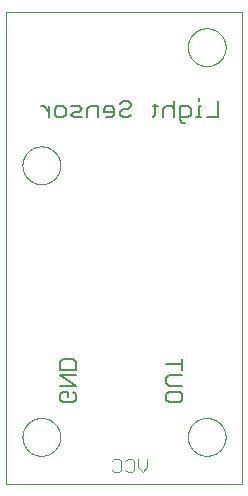
<source format=gbo>
G75*
%MOIN*%
%OFA0B0*%
%FSLAX25Y25*%
%IPPOS*%
%LPD*%
%AMOC8*
5,1,8,0,0,1.08239X$1,22.5*
%
%ADD10C,0.00000*%
%ADD11C,0.00500*%
%ADD12C,0.00400*%
D10*
X0001000Y0001000D02*
X0001000Y0158480D01*
X0079740Y0158480D01*
X0079740Y0001000D01*
X0001000Y0001000D01*
X0006512Y0016748D02*
X0006514Y0016906D01*
X0006520Y0017064D01*
X0006530Y0017222D01*
X0006544Y0017380D01*
X0006562Y0017537D01*
X0006583Y0017694D01*
X0006609Y0017850D01*
X0006639Y0018006D01*
X0006672Y0018161D01*
X0006710Y0018314D01*
X0006751Y0018467D01*
X0006796Y0018619D01*
X0006845Y0018770D01*
X0006898Y0018919D01*
X0006954Y0019067D01*
X0007014Y0019213D01*
X0007078Y0019358D01*
X0007146Y0019501D01*
X0007217Y0019643D01*
X0007291Y0019783D01*
X0007369Y0019920D01*
X0007451Y0020056D01*
X0007535Y0020190D01*
X0007624Y0020321D01*
X0007715Y0020450D01*
X0007810Y0020577D01*
X0007907Y0020702D01*
X0008008Y0020824D01*
X0008112Y0020943D01*
X0008219Y0021060D01*
X0008329Y0021174D01*
X0008442Y0021285D01*
X0008557Y0021394D01*
X0008675Y0021499D01*
X0008796Y0021601D01*
X0008919Y0021701D01*
X0009045Y0021797D01*
X0009173Y0021890D01*
X0009303Y0021980D01*
X0009436Y0022066D01*
X0009571Y0022150D01*
X0009707Y0022229D01*
X0009846Y0022306D01*
X0009987Y0022378D01*
X0010129Y0022448D01*
X0010273Y0022513D01*
X0010419Y0022575D01*
X0010566Y0022633D01*
X0010715Y0022688D01*
X0010865Y0022739D01*
X0011016Y0022786D01*
X0011168Y0022829D01*
X0011321Y0022868D01*
X0011476Y0022904D01*
X0011631Y0022935D01*
X0011787Y0022963D01*
X0011943Y0022987D01*
X0012100Y0023007D01*
X0012258Y0023023D01*
X0012415Y0023035D01*
X0012574Y0023043D01*
X0012732Y0023047D01*
X0012890Y0023047D01*
X0013048Y0023043D01*
X0013207Y0023035D01*
X0013364Y0023023D01*
X0013522Y0023007D01*
X0013679Y0022987D01*
X0013835Y0022963D01*
X0013991Y0022935D01*
X0014146Y0022904D01*
X0014301Y0022868D01*
X0014454Y0022829D01*
X0014606Y0022786D01*
X0014757Y0022739D01*
X0014907Y0022688D01*
X0015056Y0022633D01*
X0015203Y0022575D01*
X0015349Y0022513D01*
X0015493Y0022448D01*
X0015635Y0022378D01*
X0015776Y0022306D01*
X0015915Y0022229D01*
X0016051Y0022150D01*
X0016186Y0022066D01*
X0016319Y0021980D01*
X0016449Y0021890D01*
X0016577Y0021797D01*
X0016703Y0021701D01*
X0016826Y0021601D01*
X0016947Y0021499D01*
X0017065Y0021394D01*
X0017180Y0021285D01*
X0017293Y0021174D01*
X0017403Y0021060D01*
X0017510Y0020943D01*
X0017614Y0020824D01*
X0017715Y0020702D01*
X0017812Y0020577D01*
X0017907Y0020450D01*
X0017998Y0020321D01*
X0018087Y0020190D01*
X0018171Y0020056D01*
X0018253Y0019920D01*
X0018331Y0019783D01*
X0018405Y0019643D01*
X0018476Y0019501D01*
X0018544Y0019358D01*
X0018608Y0019213D01*
X0018668Y0019067D01*
X0018724Y0018919D01*
X0018777Y0018770D01*
X0018826Y0018619D01*
X0018871Y0018467D01*
X0018912Y0018314D01*
X0018950Y0018161D01*
X0018983Y0018006D01*
X0019013Y0017850D01*
X0019039Y0017694D01*
X0019060Y0017537D01*
X0019078Y0017380D01*
X0019092Y0017222D01*
X0019102Y0017064D01*
X0019108Y0016906D01*
X0019110Y0016748D01*
X0019108Y0016590D01*
X0019102Y0016432D01*
X0019092Y0016274D01*
X0019078Y0016116D01*
X0019060Y0015959D01*
X0019039Y0015802D01*
X0019013Y0015646D01*
X0018983Y0015490D01*
X0018950Y0015335D01*
X0018912Y0015182D01*
X0018871Y0015029D01*
X0018826Y0014877D01*
X0018777Y0014726D01*
X0018724Y0014577D01*
X0018668Y0014429D01*
X0018608Y0014283D01*
X0018544Y0014138D01*
X0018476Y0013995D01*
X0018405Y0013853D01*
X0018331Y0013713D01*
X0018253Y0013576D01*
X0018171Y0013440D01*
X0018087Y0013306D01*
X0017998Y0013175D01*
X0017907Y0013046D01*
X0017812Y0012919D01*
X0017715Y0012794D01*
X0017614Y0012672D01*
X0017510Y0012553D01*
X0017403Y0012436D01*
X0017293Y0012322D01*
X0017180Y0012211D01*
X0017065Y0012102D01*
X0016947Y0011997D01*
X0016826Y0011895D01*
X0016703Y0011795D01*
X0016577Y0011699D01*
X0016449Y0011606D01*
X0016319Y0011516D01*
X0016186Y0011430D01*
X0016051Y0011346D01*
X0015915Y0011267D01*
X0015776Y0011190D01*
X0015635Y0011118D01*
X0015493Y0011048D01*
X0015349Y0010983D01*
X0015203Y0010921D01*
X0015056Y0010863D01*
X0014907Y0010808D01*
X0014757Y0010757D01*
X0014606Y0010710D01*
X0014454Y0010667D01*
X0014301Y0010628D01*
X0014146Y0010592D01*
X0013991Y0010561D01*
X0013835Y0010533D01*
X0013679Y0010509D01*
X0013522Y0010489D01*
X0013364Y0010473D01*
X0013207Y0010461D01*
X0013048Y0010453D01*
X0012890Y0010449D01*
X0012732Y0010449D01*
X0012574Y0010453D01*
X0012415Y0010461D01*
X0012258Y0010473D01*
X0012100Y0010489D01*
X0011943Y0010509D01*
X0011787Y0010533D01*
X0011631Y0010561D01*
X0011476Y0010592D01*
X0011321Y0010628D01*
X0011168Y0010667D01*
X0011016Y0010710D01*
X0010865Y0010757D01*
X0010715Y0010808D01*
X0010566Y0010863D01*
X0010419Y0010921D01*
X0010273Y0010983D01*
X0010129Y0011048D01*
X0009987Y0011118D01*
X0009846Y0011190D01*
X0009707Y0011267D01*
X0009571Y0011346D01*
X0009436Y0011430D01*
X0009303Y0011516D01*
X0009173Y0011606D01*
X0009045Y0011699D01*
X0008919Y0011795D01*
X0008796Y0011895D01*
X0008675Y0011997D01*
X0008557Y0012102D01*
X0008442Y0012211D01*
X0008329Y0012322D01*
X0008219Y0012436D01*
X0008112Y0012553D01*
X0008008Y0012672D01*
X0007907Y0012794D01*
X0007810Y0012919D01*
X0007715Y0013046D01*
X0007624Y0013175D01*
X0007535Y0013306D01*
X0007451Y0013440D01*
X0007369Y0013576D01*
X0007291Y0013713D01*
X0007217Y0013853D01*
X0007146Y0013995D01*
X0007078Y0014138D01*
X0007014Y0014283D01*
X0006954Y0014429D01*
X0006898Y0014577D01*
X0006845Y0014726D01*
X0006796Y0014877D01*
X0006751Y0015029D01*
X0006710Y0015182D01*
X0006672Y0015335D01*
X0006639Y0015490D01*
X0006609Y0015646D01*
X0006583Y0015802D01*
X0006562Y0015959D01*
X0006544Y0016116D01*
X0006530Y0016274D01*
X0006520Y0016432D01*
X0006514Y0016590D01*
X0006512Y0016748D01*
X0006512Y0107299D02*
X0006514Y0107457D01*
X0006520Y0107615D01*
X0006530Y0107773D01*
X0006544Y0107931D01*
X0006562Y0108088D01*
X0006583Y0108245D01*
X0006609Y0108401D01*
X0006639Y0108557D01*
X0006672Y0108712D01*
X0006710Y0108865D01*
X0006751Y0109018D01*
X0006796Y0109170D01*
X0006845Y0109321D01*
X0006898Y0109470D01*
X0006954Y0109618D01*
X0007014Y0109764D01*
X0007078Y0109909D01*
X0007146Y0110052D01*
X0007217Y0110194D01*
X0007291Y0110334D01*
X0007369Y0110471D01*
X0007451Y0110607D01*
X0007535Y0110741D01*
X0007624Y0110872D01*
X0007715Y0111001D01*
X0007810Y0111128D01*
X0007907Y0111253D01*
X0008008Y0111375D01*
X0008112Y0111494D01*
X0008219Y0111611D01*
X0008329Y0111725D01*
X0008442Y0111836D01*
X0008557Y0111945D01*
X0008675Y0112050D01*
X0008796Y0112152D01*
X0008919Y0112252D01*
X0009045Y0112348D01*
X0009173Y0112441D01*
X0009303Y0112531D01*
X0009436Y0112617D01*
X0009571Y0112701D01*
X0009707Y0112780D01*
X0009846Y0112857D01*
X0009987Y0112929D01*
X0010129Y0112999D01*
X0010273Y0113064D01*
X0010419Y0113126D01*
X0010566Y0113184D01*
X0010715Y0113239D01*
X0010865Y0113290D01*
X0011016Y0113337D01*
X0011168Y0113380D01*
X0011321Y0113419D01*
X0011476Y0113455D01*
X0011631Y0113486D01*
X0011787Y0113514D01*
X0011943Y0113538D01*
X0012100Y0113558D01*
X0012258Y0113574D01*
X0012415Y0113586D01*
X0012574Y0113594D01*
X0012732Y0113598D01*
X0012890Y0113598D01*
X0013048Y0113594D01*
X0013207Y0113586D01*
X0013364Y0113574D01*
X0013522Y0113558D01*
X0013679Y0113538D01*
X0013835Y0113514D01*
X0013991Y0113486D01*
X0014146Y0113455D01*
X0014301Y0113419D01*
X0014454Y0113380D01*
X0014606Y0113337D01*
X0014757Y0113290D01*
X0014907Y0113239D01*
X0015056Y0113184D01*
X0015203Y0113126D01*
X0015349Y0113064D01*
X0015493Y0112999D01*
X0015635Y0112929D01*
X0015776Y0112857D01*
X0015915Y0112780D01*
X0016051Y0112701D01*
X0016186Y0112617D01*
X0016319Y0112531D01*
X0016449Y0112441D01*
X0016577Y0112348D01*
X0016703Y0112252D01*
X0016826Y0112152D01*
X0016947Y0112050D01*
X0017065Y0111945D01*
X0017180Y0111836D01*
X0017293Y0111725D01*
X0017403Y0111611D01*
X0017510Y0111494D01*
X0017614Y0111375D01*
X0017715Y0111253D01*
X0017812Y0111128D01*
X0017907Y0111001D01*
X0017998Y0110872D01*
X0018087Y0110741D01*
X0018171Y0110607D01*
X0018253Y0110471D01*
X0018331Y0110334D01*
X0018405Y0110194D01*
X0018476Y0110052D01*
X0018544Y0109909D01*
X0018608Y0109764D01*
X0018668Y0109618D01*
X0018724Y0109470D01*
X0018777Y0109321D01*
X0018826Y0109170D01*
X0018871Y0109018D01*
X0018912Y0108865D01*
X0018950Y0108712D01*
X0018983Y0108557D01*
X0019013Y0108401D01*
X0019039Y0108245D01*
X0019060Y0108088D01*
X0019078Y0107931D01*
X0019092Y0107773D01*
X0019102Y0107615D01*
X0019108Y0107457D01*
X0019110Y0107299D01*
X0019108Y0107141D01*
X0019102Y0106983D01*
X0019092Y0106825D01*
X0019078Y0106667D01*
X0019060Y0106510D01*
X0019039Y0106353D01*
X0019013Y0106197D01*
X0018983Y0106041D01*
X0018950Y0105886D01*
X0018912Y0105733D01*
X0018871Y0105580D01*
X0018826Y0105428D01*
X0018777Y0105277D01*
X0018724Y0105128D01*
X0018668Y0104980D01*
X0018608Y0104834D01*
X0018544Y0104689D01*
X0018476Y0104546D01*
X0018405Y0104404D01*
X0018331Y0104264D01*
X0018253Y0104127D01*
X0018171Y0103991D01*
X0018087Y0103857D01*
X0017998Y0103726D01*
X0017907Y0103597D01*
X0017812Y0103470D01*
X0017715Y0103345D01*
X0017614Y0103223D01*
X0017510Y0103104D01*
X0017403Y0102987D01*
X0017293Y0102873D01*
X0017180Y0102762D01*
X0017065Y0102653D01*
X0016947Y0102548D01*
X0016826Y0102446D01*
X0016703Y0102346D01*
X0016577Y0102250D01*
X0016449Y0102157D01*
X0016319Y0102067D01*
X0016186Y0101981D01*
X0016051Y0101897D01*
X0015915Y0101818D01*
X0015776Y0101741D01*
X0015635Y0101669D01*
X0015493Y0101599D01*
X0015349Y0101534D01*
X0015203Y0101472D01*
X0015056Y0101414D01*
X0014907Y0101359D01*
X0014757Y0101308D01*
X0014606Y0101261D01*
X0014454Y0101218D01*
X0014301Y0101179D01*
X0014146Y0101143D01*
X0013991Y0101112D01*
X0013835Y0101084D01*
X0013679Y0101060D01*
X0013522Y0101040D01*
X0013364Y0101024D01*
X0013207Y0101012D01*
X0013048Y0101004D01*
X0012890Y0101000D01*
X0012732Y0101000D01*
X0012574Y0101004D01*
X0012415Y0101012D01*
X0012258Y0101024D01*
X0012100Y0101040D01*
X0011943Y0101060D01*
X0011787Y0101084D01*
X0011631Y0101112D01*
X0011476Y0101143D01*
X0011321Y0101179D01*
X0011168Y0101218D01*
X0011016Y0101261D01*
X0010865Y0101308D01*
X0010715Y0101359D01*
X0010566Y0101414D01*
X0010419Y0101472D01*
X0010273Y0101534D01*
X0010129Y0101599D01*
X0009987Y0101669D01*
X0009846Y0101741D01*
X0009707Y0101818D01*
X0009571Y0101897D01*
X0009436Y0101981D01*
X0009303Y0102067D01*
X0009173Y0102157D01*
X0009045Y0102250D01*
X0008919Y0102346D01*
X0008796Y0102446D01*
X0008675Y0102548D01*
X0008557Y0102653D01*
X0008442Y0102762D01*
X0008329Y0102873D01*
X0008219Y0102987D01*
X0008112Y0103104D01*
X0008008Y0103223D01*
X0007907Y0103345D01*
X0007810Y0103470D01*
X0007715Y0103597D01*
X0007624Y0103726D01*
X0007535Y0103857D01*
X0007451Y0103991D01*
X0007369Y0104127D01*
X0007291Y0104264D01*
X0007217Y0104404D01*
X0007146Y0104546D01*
X0007078Y0104689D01*
X0007014Y0104834D01*
X0006954Y0104980D01*
X0006898Y0105128D01*
X0006845Y0105277D01*
X0006796Y0105428D01*
X0006751Y0105580D01*
X0006710Y0105733D01*
X0006672Y0105886D01*
X0006639Y0106041D01*
X0006609Y0106197D01*
X0006583Y0106353D01*
X0006562Y0106510D01*
X0006544Y0106667D01*
X0006530Y0106825D01*
X0006520Y0106983D01*
X0006514Y0107141D01*
X0006512Y0107299D01*
X0061630Y0146669D02*
X0061632Y0146827D01*
X0061638Y0146985D01*
X0061648Y0147143D01*
X0061662Y0147301D01*
X0061680Y0147458D01*
X0061701Y0147615D01*
X0061727Y0147771D01*
X0061757Y0147927D01*
X0061790Y0148082D01*
X0061828Y0148235D01*
X0061869Y0148388D01*
X0061914Y0148540D01*
X0061963Y0148691D01*
X0062016Y0148840D01*
X0062072Y0148988D01*
X0062132Y0149134D01*
X0062196Y0149279D01*
X0062264Y0149422D01*
X0062335Y0149564D01*
X0062409Y0149704D01*
X0062487Y0149841D01*
X0062569Y0149977D01*
X0062653Y0150111D01*
X0062742Y0150242D01*
X0062833Y0150371D01*
X0062928Y0150498D01*
X0063025Y0150623D01*
X0063126Y0150745D01*
X0063230Y0150864D01*
X0063337Y0150981D01*
X0063447Y0151095D01*
X0063560Y0151206D01*
X0063675Y0151315D01*
X0063793Y0151420D01*
X0063914Y0151522D01*
X0064037Y0151622D01*
X0064163Y0151718D01*
X0064291Y0151811D01*
X0064421Y0151901D01*
X0064554Y0151987D01*
X0064689Y0152071D01*
X0064825Y0152150D01*
X0064964Y0152227D01*
X0065105Y0152299D01*
X0065247Y0152369D01*
X0065391Y0152434D01*
X0065537Y0152496D01*
X0065684Y0152554D01*
X0065833Y0152609D01*
X0065983Y0152660D01*
X0066134Y0152707D01*
X0066286Y0152750D01*
X0066439Y0152789D01*
X0066594Y0152825D01*
X0066749Y0152856D01*
X0066905Y0152884D01*
X0067061Y0152908D01*
X0067218Y0152928D01*
X0067376Y0152944D01*
X0067533Y0152956D01*
X0067692Y0152964D01*
X0067850Y0152968D01*
X0068008Y0152968D01*
X0068166Y0152964D01*
X0068325Y0152956D01*
X0068482Y0152944D01*
X0068640Y0152928D01*
X0068797Y0152908D01*
X0068953Y0152884D01*
X0069109Y0152856D01*
X0069264Y0152825D01*
X0069419Y0152789D01*
X0069572Y0152750D01*
X0069724Y0152707D01*
X0069875Y0152660D01*
X0070025Y0152609D01*
X0070174Y0152554D01*
X0070321Y0152496D01*
X0070467Y0152434D01*
X0070611Y0152369D01*
X0070753Y0152299D01*
X0070894Y0152227D01*
X0071033Y0152150D01*
X0071169Y0152071D01*
X0071304Y0151987D01*
X0071437Y0151901D01*
X0071567Y0151811D01*
X0071695Y0151718D01*
X0071821Y0151622D01*
X0071944Y0151522D01*
X0072065Y0151420D01*
X0072183Y0151315D01*
X0072298Y0151206D01*
X0072411Y0151095D01*
X0072521Y0150981D01*
X0072628Y0150864D01*
X0072732Y0150745D01*
X0072833Y0150623D01*
X0072930Y0150498D01*
X0073025Y0150371D01*
X0073116Y0150242D01*
X0073205Y0150111D01*
X0073289Y0149977D01*
X0073371Y0149841D01*
X0073449Y0149704D01*
X0073523Y0149564D01*
X0073594Y0149422D01*
X0073662Y0149279D01*
X0073726Y0149134D01*
X0073786Y0148988D01*
X0073842Y0148840D01*
X0073895Y0148691D01*
X0073944Y0148540D01*
X0073989Y0148388D01*
X0074030Y0148235D01*
X0074068Y0148082D01*
X0074101Y0147927D01*
X0074131Y0147771D01*
X0074157Y0147615D01*
X0074178Y0147458D01*
X0074196Y0147301D01*
X0074210Y0147143D01*
X0074220Y0146985D01*
X0074226Y0146827D01*
X0074228Y0146669D01*
X0074226Y0146511D01*
X0074220Y0146353D01*
X0074210Y0146195D01*
X0074196Y0146037D01*
X0074178Y0145880D01*
X0074157Y0145723D01*
X0074131Y0145567D01*
X0074101Y0145411D01*
X0074068Y0145256D01*
X0074030Y0145103D01*
X0073989Y0144950D01*
X0073944Y0144798D01*
X0073895Y0144647D01*
X0073842Y0144498D01*
X0073786Y0144350D01*
X0073726Y0144204D01*
X0073662Y0144059D01*
X0073594Y0143916D01*
X0073523Y0143774D01*
X0073449Y0143634D01*
X0073371Y0143497D01*
X0073289Y0143361D01*
X0073205Y0143227D01*
X0073116Y0143096D01*
X0073025Y0142967D01*
X0072930Y0142840D01*
X0072833Y0142715D01*
X0072732Y0142593D01*
X0072628Y0142474D01*
X0072521Y0142357D01*
X0072411Y0142243D01*
X0072298Y0142132D01*
X0072183Y0142023D01*
X0072065Y0141918D01*
X0071944Y0141816D01*
X0071821Y0141716D01*
X0071695Y0141620D01*
X0071567Y0141527D01*
X0071437Y0141437D01*
X0071304Y0141351D01*
X0071169Y0141267D01*
X0071033Y0141188D01*
X0070894Y0141111D01*
X0070753Y0141039D01*
X0070611Y0140969D01*
X0070467Y0140904D01*
X0070321Y0140842D01*
X0070174Y0140784D01*
X0070025Y0140729D01*
X0069875Y0140678D01*
X0069724Y0140631D01*
X0069572Y0140588D01*
X0069419Y0140549D01*
X0069264Y0140513D01*
X0069109Y0140482D01*
X0068953Y0140454D01*
X0068797Y0140430D01*
X0068640Y0140410D01*
X0068482Y0140394D01*
X0068325Y0140382D01*
X0068166Y0140374D01*
X0068008Y0140370D01*
X0067850Y0140370D01*
X0067692Y0140374D01*
X0067533Y0140382D01*
X0067376Y0140394D01*
X0067218Y0140410D01*
X0067061Y0140430D01*
X0066905Y0140454D01*
X0066749Y0140482D01*
X0066594Y0140513D01*
X0066439Y0140549D01*
X0066286Y0140588D01*
X0066134Y0140631D01*
X0065983Y0140678D01*
X0065833Y0140729D01*
X0065684Y0140784D01*
X0065537Y0140842D01*
X0065391Y0140904D01*
X0065247Y0140969D01*
X0065105Y0141039D01*
X0064964Y0141111D01*
X0064825Y0141188D01*
X0064689Y0141267D01*
X0064554Y0141351D01*
X0064421Y0141437D01*
X0064291Y0141527D01*
X0064163Y0141620D01*
X0064037Y0141716D01*
X0063914Y0141816D01*
X0063793Y0141918D01*
X0063675Y0142023D01*
X0063560Y0142132D01*
X0063447Y0142243D01*
X0063337Y0142357D01*
X0063230Y0142474D01*
X0063126Y0142593D01*
X0063025Y0142715D01*
X0062928Y0142840D01*
X0062833Y0142967D01*
X0062742Y0143096D01*
X0062653Y0143227D01*
X0062569Y0143361D01*
X0062487Y0143497D01*
X0062409Y0143634D01*
X0062335Y0143774D01*
X0062264Y0143916D01*
X0062196Y0144059D01*
X0062132Y0144204D01*
X0062072Y0144350D01*
X0062016Y0144498D01*
X0061963Y0144647D01*
X0061914Y0144798D01*
X0061869Y0144950D01*
X0061828Y0145103D01*
X0061790Y0145256D01*
X0061757Y0145411D01*
X0061727Y0145567D01*
X0061701Y0145723D01*
X0061680Y0145880D01*
X0061662Y0146037D01*
X0061648Y0146195D01*
X0061638Y0146353D01*
X0061632Y0146511D01*
X0061630Y0146669D01*
X0061630Y0016748D02*
X0061632Y0016906D01*
X0061638Y0017064D01*
X0061648Y0017222D01*
X0061662Y0017380D01*
X0061680Y0017537D01*
X0061701Y0017694D01*
X0061727Y0017850D01*
X0061757Y0018006D01*
X0061790Y0018161D01*
X0061828Y0018314D01*
X0061869Y0018467D01*
X0061914Y0018619D01*
X0061963Y0018770D01*
X0062016Y0018919D01*
X0062072Y0019067D01*
X0062132Y0019213D01*
X0062196Y0019358D01*
X0062264Y0019501D01*
X0062335Y0019643D01*
X0062409Y0019783D01*
X0062487Y0019920D01*
X0062569Y0020056D01*
X0062653Y0020190D01*
X0062742Y0020321D01*
X0062833Y0020450D01*
X0062928Y0020577D01*
X0063025Y0020702D01*
X0063126Y0020824D01*
X0063230Y0020943D01*
X0063337Y0021060D01*
X0063447Y0021174D01*
X0063560Y0021285D01*
X0063675Y0021394D01*
X0063793Y0021499D01*
X0063914Y0021601D01*
X0064037Y0021701D01*
X0064163Y0021797D01*
X0064291Y0021890D01*
X0064421Y0021980D01*
X0064554Y0022066D01*
X0064689Y0022150D01*
X0064825Y0022229D01*
X0064964Y0022306D01*
X0065105Y0022378D01*
X0065247Y0022448D01*
X0065391Y0022513D01*
X0065537Y0022575D01*
X0065684Y0022633D01*
X0065833Y0022688D01*
X0065983Y0022739D01*
X0066134Y0022786D01*
X0066286Y0022829D01*
X0066439Y0022868D01*
X0066594Y0022904D01*
X0066749Y0022935D01*
X0066905Y0022963D01*
X0067061Y0022987D01*
X0067218Y0023007D01*
X0067376Y0023023D01*
X0067533Y0023035D01*
X0067692Y0023043D01*
X0067850Y0023047D01*
X0068008Y0023047D01*
X0068166Y0023043D01*
X0068325Y0023035D01*
X0068482Y0023023D01*
X0068640Y0023007D01*
X0068797Y0022987D01*
X0068953Y0022963D01*
X0069109Y0022935D01*
X0069264Y0022904D01*
X0069419Y0022868D01*
X0069572Y0022829D01*
X0069724Y0022786D01*
X0069875Y0022739D01*
X0070025Y0022688D01*
X0070174Y0022633D01*
X0070321Y0022575D01*
X0070467Y0022513D01*
X0070611Y0022448D01*
X0070753Y0022378D01*
X0070894Y0022306D01*
X0071033Y0022229D01*
X0071169Y0022150D01*
X0071304Y0022066D01*
X0071437Y0021980D01*
X0071567Y0021890D01*
X0071695Y0021797D01*
X0071821Y0021701D01*
X0071944Y0021601D01*
X0072065Y0021499D01*
X0072183Y0021394D01*
X0072298Y0021285D01*
X0072411Y0021174D01*
X0072521Y0021060D01*
X0072628Y0020943D01*
X0072732Y0020824D01*
X0072833Y0020702D01*
X0072930Y0020577D01*
X0073025Y0020450D01*
X0073116Y0020321D01*
X0073205Y0020190D01*
X0073289Y0020056D01*
X0073371Y0019920D01*
X0073449Y0019783D01*
X0073523Y0019643D01*
X0073594Y0019501D01*
X0073662Y0019358D01*
X0073726Y0019213D01*
X0073786Y0019067D01*
X0073842Y0018919D01*
X0073895Y0018770D01*
X0073944Y0018619D01*
X0073989Y0018467D01*
X0074030Y0018314D01*
X0074068Y0018161D01*
X0074101Y0018006D01*
X0074131Y0017850D01*
X0074157Y0017694D01*
X0074178Y0017537D01*
X0074196Y0017380D01*
X0074210Y0017222D01*
X0074220Y0017064D01*
X0074226Y0016906D01*
X0074228Y0016748D01*
X0074226Y0016590D01*
X0074220Y0016432D01*
X0074210Y0016274D01*
X0074196Y0016116D01*
X0074178Y0015959D01*
X0074157Y0015802D01*
X0074131Y0015646D01*
X0074101Y0015490D01*
X0074068Y0015335D01*
X0074030Y0015182D01*
X0073989Y0015029D01*
X0073944Y0014877D01*
X0073895Y0014726D01*
X0073842Y0014577D01*
X0073786Y0014429D01*
X0073726Y0014283D01*
X0073662Y0014138D01*
X0073594Y0013995D01*
X0073523Y0013853D01*
X0073449Y0013713D01*
X0073371Y0013576D01*
X0073289Y0013440D01*
X0073205Y0013306D01*
X0073116Y0013175D01*
X0073025Y0013046D01*
X0072930Y0012919D01*
X0072833Y0012794D01*
X0072732Y0012672D01*
X0072628Y0012553D01*
X0072521Y0012436D01*
X0072411Y0012322D01*
X0072298Y0012211D01*
X0072183Y0012102D01*
X0072065Y0011997D01*
X0071944Y0011895D01*
X0071821Y0011795D01*
X0071695Y0011699D01*
X0071567Y0011606D01*
X0071437Y0011516D01*
X0071304Y0011430D01*
X0071169Y0011346D01*
X0071033Y0011267D01*
X0070894Y0011190D01*
X0070753Y0011118D01*
X0070611Y0011048D01*
X0070467Y0010983D01*
X0070321Y0010921D01*
X0070174Y0010863D01*
X0070025Y0010808D01*
X0069875Y0010757D01*
X0069724Y0010710D01*
X0069572Y0010667D01*
X0069419Y0010628D01*
X0069264Y0010592D01*
X0069109Y0010561D01*
X0068953Y0010533D01*
X0068797Y0010509D01*
X0068640Y0010489D01*
X0068482Y0010473D01*
X0068325Y0010461D01*
X0068166Y0010453D01*
X0068008Y0010449D01*
X0067850Y0010449D01*
X0067692Y0010453D01*
X0067533Y0010461D01*
X0067376Y0010473D01*
X0067218Y0010489D01*
X0067061Y0010509D01*
X0066905Y0010533D01*
X0066749Y0010561D01*
X0066594Y0010592D01*
X0066439Y0010628D01*
X0066286Y0010667D01*
X0066134Y0010710D01*
X0065983Y0010757D01*
X0065833Y0010808D01*
X0065684Y0010863D01*
X0065537Y0010921D01*
X0065391Y0010983D01*
X0065247Y0011048D01*
X0065105Y0011118D01*
X0064964Y0011190D01*
X0064825Y0011267D01*
X0064689Y0011346D01*
X0064554Y0011430D01*
X0064421Y0011516D01*
X0064291Y0011606D01*
X0064163Y0011699D01*
X0064037Y0011795D01*
X0063914Y0011895D01*
X0063793Y0011997D01*
X0063675Y0012102D01*
X0063560Y0012211D01*
X0063447Y0012322D01*
X0063337Y0012436D01*
X0063230Y0012553D01*
X0063126Y0012672D01*
X0063025Y0012794D01*
X0062928Y0012919D01*
X0062833Y0013046D01*
X0062742Y0013175D01*
X0062653Y0013306D01*
X0062569Y0013440D01*
X0062487Y0013576D01*
X0062409Y0013713D01*
X0062335Y0013853D01*
X0062264Y0013995D01*
X0062196Y0014138D01*
X0062132Y0014283D01*
X0062072Y0014429D01*
X0062016Y0014577D01*
X0061963Y0014726D01*
X0061914Y0014877D01*
X0061869Y0015029D01*
X0061828Y0015182D01*
X0061790Y0015335D01*
X0061757Y0015490D01*
X0061727Y0015646D01*
X0061701Y0015802D01*
X0061680Y0015959D01*
X0061662Y0016116D01*
X0061648Y0016274D01*
X0061638Y0016432D01*
X0061632Y0016590D01*
X0061630Y0016748D01*
D11*
X0058908Y0028244D02*
X0055301Y0028244D01*
X0054400Y0029146D01*
X0054400Y0030949D01*
X0055301Y0031851D01*
X0058908Y0031851D01*
X0059810Y0030949D01*
X0059810Y0029146D01*
X0058908Y0028244D01*
X0059810Y0033682D02*
X0055301Y0033682D01*
X0054400Y0034583D01*
X0054400Y0036387D01*
X0055301Y0037288D01*
X0059810Y0037288D01*
X0059810Y0039119D02*
X0059810Y0042726D01*
X0059810Y0040923D02*
X0054400Y0040923D01*
X0024377Y0041824D02*
X0024377Y0039119D01*
X0018967Y0039119D01*
X0018967Y0041824D01*
X0019868Y0042726D01*
X0023475Y0042726D01*
X0024377Y0041824D01*
X0024377Y0037288D02*
X0018967Y0037288D01*
X0024377Y0033682D01*
X0018967Y0033682D01*
X0019868Y0031851D02*
X0018967Y0030949D01*
X0018967Y0029146D01*
X0019868Y0028244D01*
X0023475Y0028244D01*
X0024377Y0029146D01*
X0024377Y0030949D01*
X0023475Y0031851D01*
X0021672Y0031851D02*
X0021672Y0030047D01*
X0021672Y0031851D02*
X0019868Y0031851D01*
X0059848Y0121494D02*
X0058947Y0122396D01*
X0058947Y0126904D01*
X0061652Y0126904D01*
X0062553Y0126002D01*
X0062553Y0124199D01*
X0061652Y0123297D01*
X0058947Y0123297D01*
X0059848Y0121494D02*
X0060750Y0121494D01*
X0064375Y0123297D02*
X0066178Y0123297D01*
X0065277Y0123297D02*
X0065277Y0126904D01*
X0066178Y0126904D01*
X0065277Y0128707D02*
X0065277Y0129609D01*
X0068009Y0123297D02*
X0071616Y0123297D01*
X0071616Y0128707D01*
X0057116Y0128707D02*
X0057116Y0123297D01*
X0057116Y0126002D02*
X0056214Y0126904D01*
X0054411Y0126904D01*
X0053509Y0126002D01*
X0053509Y0123297D01*
X0051678Y0126904D02*
X0049875Y0126904D01*
X0050776Y0127806D02*
X0050776Y0124199D01*
X0049875Y0123297D01*
X0042615Y0124199D02*
X0041713Y0123297D01*
X0039910Y0123297D01*
X0039008Y0124199D01*
X0039008Y0125101D01*
X0039910Y0126002D01*
X0041713Y0126002D01*
X0042615Y0126904D01*
X0042615Y0127806D01*
X0041713Y0128707D01*
X0039910Y0128707D01*
X0039008Y0127806D01*
X0037177Y0126002D02*
X0036276Y0126904D01*
X0034472Y0126904D01*
X0033571Y0126002D01*
X0033571Y0125101D01*
X0037177Y0125101D01*
X0037177Y0126002D02*
X0037177Y0124199D01*
X0036276Y0123297D01*
X0034472Y0123297D01*
X0031740Y0123297D02*
X0031740Y0126904D01*
X0029035Y0126904D01*
X0028133Y0126002D01*
X0028133Y0123297D01*
X0026302Y0123297D02*
X0023597Y0123297D01*
X0022695Y0124199D01*
X0023597Y0125101D01*
X0025400Y0125101D01*
X0026302Y0126002D01*
X0025400Y0126904D01*
X0022695Y0126904D01*
X0020864Y0126002D02*
X0020864Y0124199D01*
X0019963Y0123297D01*
X0018159Y0123297D01*
X0017257Y0124199D01*
X0017257Y0126002D01*
X0018159Y0126904D01*
X0019963Y0126904D01*
X0020864Y0126002D01*
X0015426Y0125101D02*
X0013623Y0126904D01*
X0012721Y0126904D01*
X0015426Y0126904D02*
X0015426Y0123297D01*
D12*
X0037180Y0009465D02*
X0036458Y0008744D01*
X0037180Y0009465D02*
X0038622Y0009465D01*
X0039344Y0008744D01*
X0039344Y0005858D01*
X0038622Y0005137D01*
X0037180Y0005137D01*
X0036458Y0005858D01*
X0040809Y0005858D02*
X0041530Y0005137D01*
X0042973Y0005137D01*
X0043694Y0005858D01*
X0043694Y0008744D01*
X0042973Y0009465D01*
X0041530Y0009465D01*
X0040809Y0008744D01*
X0045159Y0009465D02*
X0045159Y0006580D01*
X0046601Y0005137D01*
X0048044Y0006580D01*
X0048044Y0009465D01*
M02*

</source>
